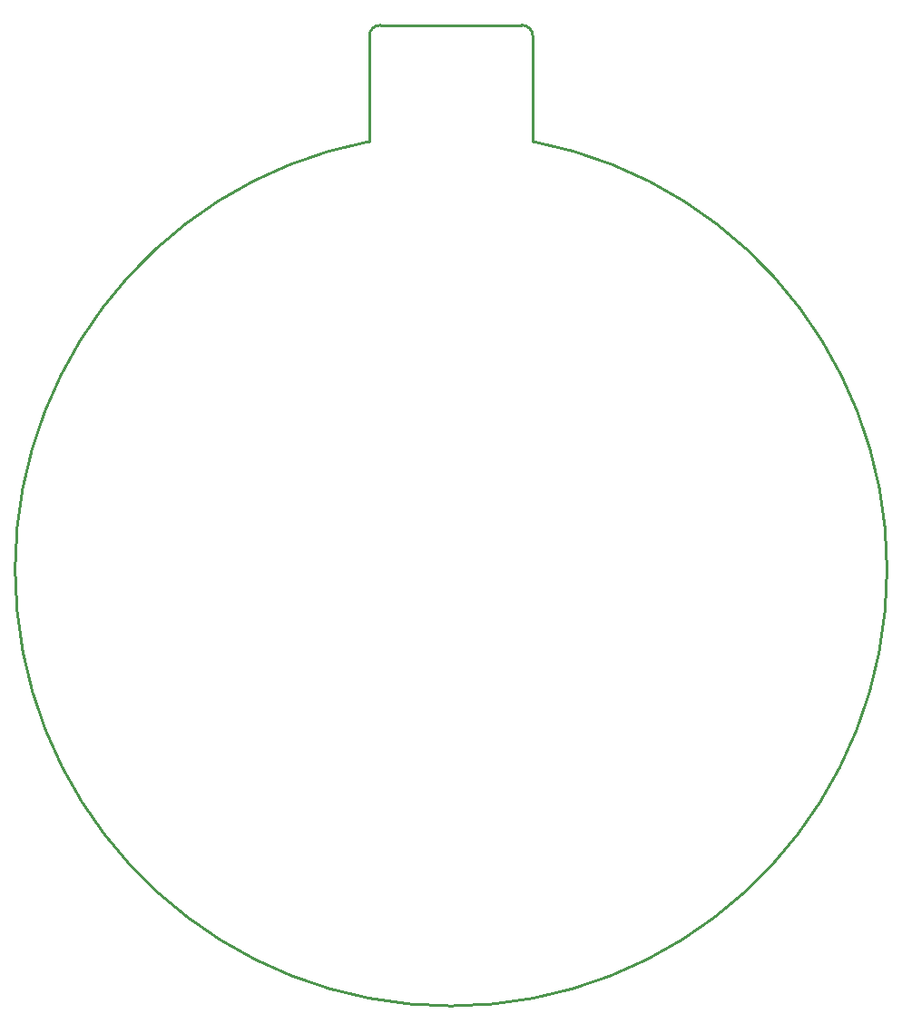
<source format=gbr>
%TF.GenerationSoftware,KiCad,Pcbnew,8.0.6*%
%TF.CreationDate,2024-11-26T17:38:28-05:00*%
%TF.ProjectId,Christmas Ornament 2024,43687269-7374-46d6-9173-204f726e616d,rev?*%
%TF.SameCoordinates,Original*%
%TF.FileFunction,Profile,NP*%
%FSLAX46Y46*%
G04 Gerber Fmt 4.6, Leading zero omitted, Abs format (unit mm)*
G04 Created by KiCad (PCBNEW 8.0.6) date 2024-11-26 17:38:28*
%MOMM*%
%LPD*%
G01*
G04 APERTURE LIST*
%TA.AperFunction,Profile*%
%ADD10C,0.254000*%
%TD*%
G04 APERTURE END LIST*
D10*
X134621293Y-51798705D02*
X134634048Y-61648483D01*
X133621294Y-50800000D02*
G75*
G02*
X134621299Y-51798705I6J-1000000D01*
G01*
X119380000Y-51800000D02*
G75*
G02*
X120380000Y-50800000I1000000J0D01*
G01*
X119380000Y-61645801D02*
X119380000Y-51800000D01*
X134634048Y-61648483D02*
G75*
G02*
X119380000Y-61645801I-7634049J-39951516D01*
G01*
X120380000Y-50800000D02*
X133621294Y-50800000D01*
M02*

</source>
